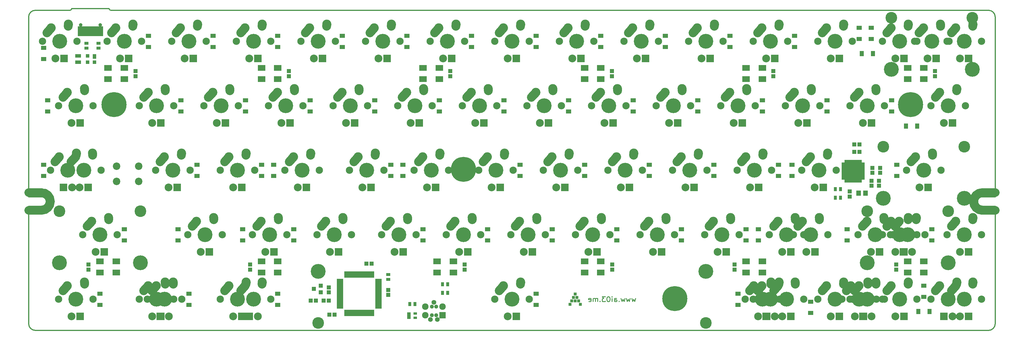
<source format=gbr>
%TF.GenerationSoftware,KiCad,Pcbnew,4.0.7*%
%TF.CreationDate,2018-04-08T23:12:56-07:00*%
%TF.ProjectId,VoyagerII,566F796167657249492E6B696361645F,rev?*%
%TF.FileFunction,Soldermask,Bot*%
%FSLAX46Y46*%
G04 Gerber Fmt 4.6, Leading zero omitted, Abs format (unit mm)*
G04 Created by KiCad (PCBNEW 4.0.7) date 04/08/18 23:12:56*
%MOMM*%
%LPD*%
G01*
G04 APERTURE LIST*
%ADD10C,0.100000*%
%ADD11C,0.228600*%
%ADD12C,0.300000*%
%ADD13C,2.501900*%
%ADD14C,2.650000*%
%ADD15C,2.650000*%
%ADD16C,4.387800*%
%ADD17C,2.305000*%
%ADD18R,2.305000X2.305000*%
%ADD19C,2.150000*%
%ADD20C,3.448000*%
%ADD21R,0.900000X1.300000*%
%ADD22R,1.300000X0.900000*%
%ADD23R,1.150000X1.200000*%
%ADD24R,1.200000X1.150000*%
%ADD25R,0.650000X1.080000*%
%ADD26R,1.080000X0.650000*%
%ADD27R,5.060000X5.060000*%
%ADD28C,7.401300*%
%ADD29C,7.400240*%
%ADD30C,1.400000*%
%ADD31R,0.908000X0.908000*%
%ADD32C,1.050000*%
%ADD33R,0.700000X2.850000*%
%ADD34R,1.000000X2.850000*%
%ADD35R,1.300000X1.600000*%
%ADD36R,1.600000X1.300000*%
%ADD37R,1.100000X1.000000*%
%ADD38R,1.100000X1.400000*%
%ADD39R,1.700000X1.100000*%
%ADD40R,1.050000X0.800000*%
%ADD41R,2.200000X1.800000*%
%ADD42C,1.184860*%
%ADD43C,1.388060*%
%ADD44C,1.385520*%
%ADD45C,1.924000*%
%ADD46R,1.924000X1.924000*%
%ADD47R,1.300000X1.200000*%
%ADD48R,0.950000X1.900000*%
%ADD49R,1.900000X0.950000*%
%ADD50C,2.200000*%
%ADD51R,1.400000X1.650000*%
G04 APERTURE END LIST*
D10*
D11*
X226928286Y-133028571D02*
X226642572Y-134028571D01*
X226356858Y-133314286D01*
X226071143Y-134028571D01*
X225785429Y-133028571D01*
X225356857Y-133028571D02*
X225071143Y-134028571D01*
X224785429Y-133314286D01*
X224499714Y-134028571D01*
X224214000Y-133028571D01*
X223785428Y-133028571D02*
X223499714Y-134028571D01*
X223214000Y-133314286D01*
X222928285Y-134028571D01*
X222642571Y-133028571D01*
X222071142Y-133885714D02*
X221999714Y-133957143D01*
X222071142Y-134028571D01*
X222142571Y-133957143D01*
X222071142Y-133885714D01*
X222071142Y-134028571D01*
X220713999Y-134028571D02*
X220713999Y-133242857D01*
X220785428Y-133100000D01*
X220928285Y-133028571D01*
X221213999Y-133028571D01*
X221356856Y-133100000D01*
X220713999Y-133957143D02*
X220856856Y-134028571D01*
X221213999Y-134028571D01*
X221356856Y-133957143D01*
X221428285Y-133814286D01*
X221428285Y-133671429D01*
X221356856Y-133528571D01*
X221213999Y-133457143D01*
X220856856Y-133457143D01*
X220713999Y-133385714D01*
X219999713Y-134028571D02*
X219999713Y-133028571D01*
X219999713Y-132528571D02*
X220071142Y-132600000D01*
X219999713Y-132671429D01*
X219928285Y-132600000D01*
X219999713Y-132528571D01*
X219999713Y-132671429D01*
X218999713Y-132528571D02*
X218856856Y-132528571D01*
X218713999Y-132600000D01*
X218642570Y-132671429D01*
X218571141Y-132814286D01*
X218499713Y-133100000D01*
X218499713Y-133457143D01*
X218571141Y-133742857D01*
X218642570Y-133885714D01*
X218713999Y-133957143D01*
X218856856Y-134028571D01*
X218999713Y-134028571D01*
X219142570Y-133957143D01*
X219213999Y-133885714D01*
X219285427Y-133742857D01*
X219356856Y-133457143D01*
X219356856Y-133100000D01*
X219285427Y-132814286D01*
X219213999Y-132671429D01*
X219142570Y-132600000D01*
X218999713Y-132528571D01*
X217999713Y-132528571D02*
X217071142Y-132528571D01*
X217571142Y-133100000D01*
X217356856Y-133100000D01*
X217213999Y-133171429D01*
X217142570Y-133242857D01*
X217071142Y-133385714D01*
X217071142Y-133742857D01*
X217142570Y-133885714D01*
X217213999Y-133957143D01*
X217356856Y-134028571D01*
X217785428Y-134028571D01*
X217928285Y-133957143D01*
X217999713Y-133885714D01*
X216428285Y-133885714D02*
X216356857Y-133957143D01*
X216428285Y-134028571D01*
X216499714Y-133957143D01*
X216428285Y-133885714D01*
X216428285Y-134028571D01*
X215713999Y-134028571D02*
X215713999Y-133028571D01*
X215713999Y-133171429D02*
X215642571Y-133100000D01*
X215499713Y-133028571D01*
X215285428Y-133028571D01*
X215142571Y-133100000D01*
X215071142Y-133242857D01*
X215071142Y-134028571D01*
X215071142Y-133242857D02*
X214999713Y-133100000D01*
X214856856Y-133028571D01*
X214642571Y-133028571D01*
X214499713Y-133100000D01*
X214428285Y-133242857D01*
X214428285Y-134028571D01*
X213142571Y-133957143D02*
X213285428Y-134028571D01*
X213571142Y-134028571D01*
X213713999Y-133957143D01*
X213785428Y-133814286D01*
X213785428Y-133242857D01*
X213713999Y-133100000D01*
X213571142Y-133028571D01*
X213285428Y-133028571D01*
X213142571Y-133100000D01*
X213071142Y-133242857D01*
X213071142Y-133385714D01*
X213785428Y-133528571D01*
D12*
X50000000Y-47950000D02*
X60200000Y-47950000D01*
X71700000Y-47450000D02*
G75*
G03X72200000Y-47950000I500000J0D01*
G01*
X60200000Y-47950000D02*
G75*
G03X60700000Y-47450000I0J500000D01*
G01*
X60700000Y-47450000D02*
X71700000Y-47450000D01*
D13*
X329200000Y-101799050D02*
X333000000Y-101799050D01*
X326549050Y-104450000D02*
G75*
G02X329200000Y-101799050I2650950J0D01*
G01*
X329200000Y-107100950D02*
G75*
G02X326549050Y-104450000I0J2650950D01*
G01*
X329200000Y-107100950D02*
X333050000Y-107100950D01*
X48000000Y-101799050D02*
X51800000Y-101799050D01*
X54450950Y-104450000D02*
G75*
G03X51800000Y-101799050I-2650950J0D01*
G01*
X51800000Y-107100950D02*
G75*
G03X54450950Y-104450000I0J2650950D01*
G01*
X48000000Y-107100950D02*
X51800000Y-107100950D01*
D12*
X51800000Y-105850000D02*
G75*
G03X53200000Y-104450000I0J1400000D01*
G01*
X329200000Y-103050000D02*
X333000000Y-103050000D01*
X329200000Y-105850000D02*
X333000000Y-105850000D01*
X333000000Y-103050000D02*
X333000000Y-49950000D01*
X333000000Y-105850000D02*
X333000000Y-140550000D01*
X329200000Y-105850000D02*
G75*
G02X327800000Y-104450000I0J1400000D01*
G01*
X327800000Y-104450000D02*
G75*
G02X329200000Y-103050000I1400000J0D01*
G01*
X48000000Y-103050000D02*
X48000000Y-49950000D01*
X51800000Y-103050000D02*
X48000000Y-103050000D01*
X53200000Y-104450000D02*
G75*
G03X51800000Y-103050000I-1400000J0D01*
G01*
X48000000Y-105850000D02*
X51800000Y-105850000D01*
X48000000Y-140550000D02*
X48000000Y-105850000D01*
X333000000Y-49950000D02*
G75*
G03X331000000Y-47950000I-2000000J0D01*
G01*
X331000000Y-142550000D02*
G75*
G03X333000000Y-140550000I0J2000000D01*
G01*
X48000000Y-140550000D02*
G75*
G03X50000000Y-142550000I2000000J0D01*
G01*
X50000000Y-47950000D02*
G75*
G03X48000000Y-49950000I0J-2000000D01*
G01*
X331000000Y-47950000D02*
X72200000Y-47950000D01*
X50000000Y-142550000D02*
X331000000Y-142550000D01*
D14*
X309681250Y-109800000D02*
X309721250Y-109220000D01*
D15*
X309721250Y-109220000D03*
D14*
X303371250Y-111760000D02*
X304681252Y-110300000D01*
D16*
X307181250Y-114300000D03*
D15*
X304681250Y-110300000D03*
D17*
X308451250Y-119380000D03*
D18*
X305911250Y-119380000D03*
D19*
X302101250Y-114300000D03*
X312261250Y-114300000D03*
D20*
X295243250Y-107315000D03*
X319119250Y-107315000D03*
D16*
X295243250Y-122555000D03*
X319119250Y-122555000D03*
D14*
X193000000Y-128850000D02*
X193040000Y-128270000D01*
D15*
X193040000Y-128270000D03*
D14*
X186690000Y-130810000D02*
X188000002Y-129350000D01*
D16*
X190500000Y-133350000D03*
D15*
X188000000Y-129350000D03*
D17*
X189230000Y-138430000D03*
D18*
X191770000Y-138430000D03*
D19*
X185420000Y-133350000D03*
X195580000Y-133350000D03*
D20*
X133350000Y-140335000D03*
X247650000Y-140335000D03*
D16*
X133350000Y-125095000D03*
X247650000Y-125095000D03*
D14*
X266818750Y-128850000D02*
X266858750Y-128270000D01*
D15*
X266858750Y-128270000D03*
D14*
X260508750Y-130810000D02*
X261818752Y-129350000D01*
D16*
X264318750Y-133350000D03*
D15*
X261818750Y-129350000D03*
D17*
X263048750Y-138430000D03*
D18*
X265588750Y-138430000D03*
D19*
X259238750Y-133350000D03*
X269398750Y-133350000D03*
D14*
X269200000Y-128850000D02*
X269240000Y-128270000D01*
D15*
X269240000Y-128270000D03*
D14*
X262890000Y-130810000D02*
X264200002Y-129350000D01*
D16*
X266700000Y-133350000D03*
D15*
X264200000Y-129350000D03*
D17*
X267970000Y-138430000D03*
D18*
X265430000Y-138430000D03*
D19*
X261620000Y-133350000D03*
X271780000Y-133350000D03*
D14*
X273962500Y-128850000D02*
X274002500Y-128270000D01*
D15*
X274002500Y-128270000D03*
D14*
X267652500Y-130810000D02*
X268962502Y-129350000D01*
D16*
X271462500Y-133350000D03*
D15*
X268962500Y-129350000D03*
D17*
X270192500Y-138430000D03*
D18*
X272732500Y-138430000D03*
D19*
X266382500Y-133350000D03*
X276542500Y-133350000D03*
D14*
X321587500Y-128850000D02*
X321627500Y-128270000D01*
D15*
X321627500Y-128270000D03*
D14*
X315277500Y-130810000D02*
X316587502Y-129350000D01*
D16*
X319087500Y-133350000D03*
D15*
X316587500Y-129350000D03*
D17*
X320357500Y-138430000D03*
D18*
X317817500Y-138430000D03*
D19*
X314007500Y-133350000D03*
X324167500Y-133350000D03*
D14*
X297775000Y-128850000D02*
X297815000Y-128270000D01*
D15*
X297815000Y-128270000D03*
D14*
X291465000Y-130810000D02*
X292775002Y-129350000D01*
D16*
X295275000Y-133350000D03*
D15*
X292775000Y-129350000D03*
D17*
X296545000Y-138430000D03*
D18*
X294005000Y-138430000D03*
D19*
X290195000Y-133350000D03*
X300355000Y-133350000D03*
D14*
X116800000Y-128850000D02*
X116840000Y-128270000D01*
D15*
X116840000Y-128270000D03*
D14*
X110490000Y-130810000D02*
X111800002Y-129350000D01*
D16*
X114300000Y-133350000D03*
D15*
X111800000Y-129350000D03*
D17*
X115570000Y-138430000D03*
D18*
X113030000Y-138430000D03*
D19*
X109220000Y-133350000D03*
X119380000Y-133350000D03*
D14*
X90606250Y-128850000D02*
X90646250Y-128270000D01*
D15*
X90646250Y-128270000D03*
D14*
X84296250Y-130810000D02*
X85606252Y-129350000D01*
D16*
X88106250Y-133350000D03*
D15*
X85606250Y-129350000D03*
D17*
X89376250Y-138430000D03*
D18*
X86836250Y-138430000D03*
D19*
X83026250Y-133350000D03*
X93186250Y-133350000D03*
D14*
X62031250Y-90750000D02*
X62071250Y-90170000D01*
D15*
X62071250Y-90170000D03*
D14*
X55721250Y-92710000D02*
X57031252Y-91250000D01*
D16*
X59531250Y-95250000D03*
D15*
X57031250Y-91250000D03*
D17*
X60801250Y-100330000D03*
D18*
X58261250Y-100330000D03*
D19*
X54451250Y-95250000D03*
X64611250Y-95250000D03*
D14*
X326350000Y-109800000D02*
X326390000Y-109220000D01*
D15*
X326390000Y-109220000D03*
D14*
X320040000Y-111760000D02*
X321350002Y-110300000D01*
D16*
X323850000Y-114300000D03*
D15*
X321350000Y-110300000D03*
D17*
X322580000Y-119380000D03*
D18*
X325120000Y-119380000D03*
D19*
X318770000Y-114300000D03*
X328930000Y-114300000D03*
D14*
X307300000Y-109800000D02*
X307340000Y-109220000D01*
D15*
X307340000Y-109220000D03*
D14*
X300990000Y-111760000D02*
X302300002Y-110300000D01*
D16*
X304800000Y-114300000D03*
D15*
X302300000Y-110300000D03*
D17*
X303530000Y-119380000D03*
D18*
X306070000Y-119380000D03*
D19*
X299720000Y-114300000D03*
X309880000Y-114300000D03*
D14*
X300156250Y-109800000D02*
X300196250Y-109220000D01*
D15*
X300196250Y-109220000D03*
D14*
X293846250Y-111760000D02*
X295156252Y-110300000D01*
D16*
X297656250Y-114300000D03*
D15*
X295156250Y-110300000D03*
D17*
X296386250Y-119380000D03*
D18*
X298926250Y-119380000D03*
D19*
X292576250Y-114300000D03*
X302736250Y-114300000D03*
D14*
X281106250Y-109800000D02*
X281146250Y-109220000D01*
D15*
X281146250Y-109220000D03*
D14*
X274796250Y-111760000D02*
X276106252Y-110300000D01*
D16*
X278606250Y-114300000D03*
D15*
X276106250Y-110300000D03*
D17*
X277336250Y-119380000D03*
D18*
X279876250Y-119380000D03*
D19*
X273526250Y-114300000D03*
X283686250Y-114300000D03*
D14*
X273962500Y-109800000D02*
X274002500Y-109220000D01*
D15*
X274002500Y-109220000D03*
D14*
X267652500Y-111760000D02*
X268962502Y-110300000D01*
D16*
X271462500Y-114300000D03*
D15*
X268962500Y-110300000D03*
D17*
X270192500Y-119380000D03*
D18*
X272732500Y-119380000D03*
D19*
X266382500Y-114300000D03*
X276542500Y-114300000D03*
D14*
X326350000Y-128850000D02*
X326390000Y-128270000D01*
D15*
X326390000Y-128270000D03*
D14*
X320040000Y-130810000D02*
X321350002Y-129350000D01*
D16*
X323850000Y-133350000D03*
D15*
X321350000Y-129350000D03*
D17*
X322580000Y-138430000D03*
D18*
X325120000Y-138430000D03*
D19*
X318770000Y-133350000D03*
X328930000Y-133350000D03*
D14*
X307300000Y-128850000D02*
X307340000Y-128270000D01*
D15*
X307340000Y-128270000D03*
D14*
X300990000Y-130810000D02*
X302300002Y-129350000D01*
D16*
X304800000Y-133350000D03*
D15*
X302300000Y-129350000D03*
D17*
X303530000Y-138430000D03*
D18*
X306070000Y-138430000D03*
D19*
X299720000Y-133350000D03*
X309880000Y-133350000D03*
D14*
X295393750Y-128850000D02*
X295433750Y-128270000D01*
D15*
X295433750Y-128270000D03*
D14*
X289083750Y-130810000D02*
X290393752Y-129350000D01*
D16*
X292893750Y-133350000D03*
D15*
X290393750Y-129350000D03*
D17*
X291623750Y-138430000D03*
D18*
X294163750Y-138430000D03*
D19*
X287813750Y-133350000D03*
X297973750Y-133350000D03*
D14*
X288250000Y-128850000D02*
X288290000Y-128270000D01*
D15*
X288290000Y-128270000D03*
D14*
X281940000Y-130810000D02*
X283250002Y-129350000D01*
D16*
X285750000Y-133350000D03*
D15*
X283250000Y-129350000D03*
D17*
X284480000Y-138430000D03*
D18*
X287020000Y-138430000D03*
D19*
X280670000Y-133350000D03*
X290830000Y-133350000D03*
D14*
X112037500Y-128850000D02*
X112077500Y-128270000D01*
D15*
X112077500Y-128270000D03*
D14*
X105727500Y-130810000D02*
X107037502Y-129350000D01*
D16*
X109537500Y-133350000D03*
D15*
X107037500Y-129350000D03*
D17*
X108267500Y-138430000D03*
D18*
X110807500Y-138430000D03*
D19*
X104457500Y-133350000D03*
X114617500Y-133350000D03*
D14*
X88225000Y-128850000D02*
X88265000Y-128270000D01*
D15*
X88265000Y-128270000D03*
D14*
X81915000Y-130810000D02*
X83225002Y-129350000D01*
D16*
X85725000Y-133350000D03*
D15*
X83225000Y-129350000D03*
D17*
X84455000Y-138430000D03*
D18*
X86995000Y-138430000D03*
D19*
X80645000Y-133350000D03*
X90805000Y-133350000D03*
D14*
X64412500Y-128850000D02*
X64452500Y-128270000D01*
D15*
X64452500Y-128270000D03*
D14*
X58102500Y-130810000D02*
X59412502Y-129350000D01*
D16*
X61912500Y-133350000D03*
D15*
X59412500Y-129350000D03*
D17*
X60642500Y-138430000D03*
D18*
X63182500Y-138430000D03*
D19*
X56832500Y-133350000D03*
X66992500Y-133350000D03*
D14*
X297775000Y-71700000D02*
X297815000Y-71120000D01*
D15*
X297815000Y-71120000D03*
D14*
X291465000Y-73660000D02*
X292775002Y-72200000D01*
D16*
X295275000Y-76200000D03*
D15*
X292775000Y-72200000D03*
D17*
X294005000Y-81280000D03*
D18*
X296545000Y-81280000D03*
D19*
X290195000Y-76200000D03*
X300355000Y-76200000D03*
D14*
X321587500Y-71700000D02*
X321627500Y-71120000D01*
D15*
X321627500Y-71120000D03*
D14*
X315277500Y-73660000D02*
X316587502Y-72200000D01*
D16*
X319087500Y-76200000D03*
D15*
X316587500Y-72200000D03*
D17*
X317817500Y-81280000D03*
D18*
X320357500Y-81280000D03*
D19*
X314007500Y-76200000D03*
X324167500Y-76200000D03*
D14*
X278725000Y-71700000D02*
X278765000Y-71120000D01*
D15*
X278765000Y-71120000D03*
D14*
X272415000Y-73660000D02*
X273725002Y-72200000D01*
D16*
X276225000Y-76200000D03*
D15*
X273725000Y-72200000D03*
D17*
X274955000Y-81280000D03*
D18*
X277495000Y-81280000D03*
D19*
X271145000Y-76200000D03*
X281305000Y-76200000D03*
D14*
X102512500Y-109800000D02*
X102552500Y-109220000D01*
D15*
X102552500Y-109220000D03*
D14*
X96202500Y-111760000D02*
X97512502Y-110300000D01*
D16*
X100012500Y-114300000D03*
D15*
X97512500Y-110300000D03*
D17*
X98742500Y-119380000D03*
D18*
X101282500Y-119380000D03*
D19*
X94932500Y-114300000D03*
X105092500Y-114300000D03*
D14*
X183475000Y-71700000D02*
X183515000Y-71120000D01*
D15*
X183515000Y-71120000D03*
D14*
X177165000Y-73660000D02*
X178475002Y-72200000D01*
D16*
X180975000Y-76200000D03*
D15*
X178475000Y-72200000D03*
D17*
X179705000Y-81280000D03*
D18*
X182245000Y-81280000D03*
D19*
X175895000Y-76200000D03*
X186055000Y-76200000D03*
D14*
X121562500Y-109800000D02*
X121602500Y-109220000D01*
D15*
X121602500Y-109220000D03*
D14*
X115252500Y-111760000D02*
X116562502Y-110300000D01*
D16*
X119062500Y-114300000D03*
D15*
X116562500Y-110300000D03*
D17*
X117792500Y-119380000D03*
D18*
X120332500Y-119380000D03*
D19*
X113982500Y-114300000D03*
X124142500Y-114300000D03*
D14*
X107275000Y-71700000D02*
X107315000Y-71120000D01*
D15*
X107315000Y-71120000D03*
D14*
X100965000Y-73660000D02*
X102275002Y-72200000D01*
D16*
X104775000Y-76200000D03*
D15*
X102275000Y-72200000D03*
D17*
X103505000Y-81280000D03*
D18*
X106045000Y-81280000D03*
D19*
X99695000Y-76200000D03*
X109855000Y-76200000D03*
D14*
X159662500Y-109800000D02*
X159702500Y-109220000D01*
D15*
X159702500Y-109220000D03*
D14*
X153352500Y-111760000D02*
X154662502Y-110300000D01*
D16*
X157162500Y-114300000D03*
D15*
X154662500Y-110300000D03*
D17*
X155892500Y-119380000D03*
D18*
X158432500Y-119380000D03*
D19*
X152082500Y-114300000D03*
X162242500Y-114300000D03*
D14*
X202525000Y-71700000D02*
X202565000Y-71120000D01*
D15*
X202565000Y-71120000D03*
D14*
X196215000Y-73660000D02*
X197525002Y-72200000D01*
D16*
X200025000Y-76200000D03*
D15*
X197525000Y-72200000D03*
D17*
X198755000Y-81280000D03*
D18*
X201295000Y-81280000D03*
D19*
X194945000Y-76200000D03*
X205105000Y-76200000D03*
D14*
X64412500Y-71700000D02*
X64452500Y-71120000D01*
D15*
X64452500Y-71120000D03*
D14*
X58102500Y-73660000D02*
X59412502Y-72200000D01*
D16*
X61912500Y-76200000D03*
D15*
X59412500Y-72200000D03*
D17*
X60642500Y-81280000D03*
D18*
X63182500Y-81280000D03*
D19*
X56832500Y-76200000D03*
X66992500Y-76200000D03*
D14*
X164425000Y-71700000D02*
X164465000Y-71120000D01*
D15*
X164465000Y-71120000D03*
D14*
X158115000Y-73660000D02*
X159425002Y-72200000D01*
D16*
X161925000Y-76200000D03*
D15*
X159425000Y-72200000D03*
D17*
X160655000Y-81280000D03*
D18*
X163195000Y-81280000D03*
D19*
X156845000Y-76200000D03*
X167005000Y-76200000D03*
D14*
X71556250Y-109800000D02*
X71596250Y-109220000D01*
D15*
X71596250Y-109220000D03*
D14*
X65246250Y-111760000D02*
X66556252Y-110300000D01*
D16*
X69056250Y-114300000D03*
D15*
X66556250Y-110300000D03*
D17*
X67786250Y-119380000D03*
D18*
X70326250Y-119380000D03*
D19*
X63976250Y-114300000D03*
X74136250Y-114300000D03*
D20*
X57118250Y-107315000D03*
X80994250Y-107315000D03*
D16*
X57118250Y-122555000D03*
X80994250Y-122555000D03*
D14*
X112037500Y-90750000D02*
X112077500Y-90170000D01*
D15*
X112077500Y-90170000D03*
D14*
X105727500Y-92710000D02*
X107037502Y-91250000D01*
D16*
X109537500Y-95250000D03*
D15*
X107037500Y-91250000D03*
D17*
X108267500Y-100330000D03*
D18*
X110807500Y-100330000D03*
D19*
X104457500Y-95250000D03*
X114617500Y-95250000D03*
D14*
X145375000Y-71700000D02*
X145415000Y-71120000D01*
D15*
X145415000Y-71120000D03*
D14*
X139065000Y-73660000D02*
X140375002Y-72200000D01*
D16*
X142875000Y-76200000D03*
D15*
X140375000Y-72200000D03*
D17*
X141605000Y-81280000D03*
D18*
X144145000Y-81280000D03*
D19*
X137795000Y-76200000D03*
X147955000Y-76200000D03*
D14*
X88225000Y-71700000D02*
X88265000Y-71120000D01*
D15*
X88265000Y-71120000D03*
D14*
X81915000Y-73660000D02*
X83225002Y-72200000D01*
D16*
X85725000Y-76200000D03*
D15*
X83225000Y-72200000D03*
D17*
X84455000Y-81280000D03*
D18*
X86995000Y-81280000D03*
D19*
X80645000Y-76200000D03*
X90805000Y-76200000D03*
D14*
X259675000Y-71700000D02*
X259715000Y-71120000D01*
D15*
X259715000Y-71120000D03*
D14*
X253365000Y-73660000D02*
X254675002Y-72200000D01*
D16*
X257175000Y-76200000D03*
D15*
X254675000Y-72200000D03*
D17*
X255905000Y-81280000D03*
D18*
X258445000Y-81280000D03*
D19*
X252095000Y-76200000D03*
X262255000Y-76200000D03*
D14*
X240625000Y-71700000D02*
X240665000Y-71120000D01*
D15*
X240665000Y-71120000D03*
D14*
X234315000Y-73660000D02*
X235625002Y-72200000D01*
D16*
X238125000Y-76200000D03*
D15*
X235625000Y-72200000D03*
D17*
X236855000Y-81280000D03*
D18*
X239395000Y-81280000D03*
D19*
X233045000Y-76200000D03*
X243205000Y-76200000D03*
D14*
X197762500Y-109800000D02*
X197802500Y-109220000D01*
D15*
X197802500Y-109220000D03*
D14*
X191452500Y-111760000D02*
X192762502Y-110300000D01*
D16*
X195262500Y-114300000D03*
D15*
X192762500Y-110300000D03*
D17*
X193992500Y-119380000D03*
D18*
X196532500Y-119380000D03*
D19*
X190182500Y-114300000D03*
X200342500Y-114300000D03*
D14*
X216812500Y-109800000D02*
X216852500Y-109220000D01*
D15*
X216852500Y-109220000D03*
D14*
X210502500Y-111760000D02*
X211812502Y-110300000D01*
D16*
X214312500Y-114300000D03*
D15*
X211812500Y-110300000D03*
D17*
X213042500Y-119380000D03*
D18*
X215582500Y-119380000D03*
D19*
X209232500Y-114300000D03*
X219392500Y-114300000D03*
D14*
X245387500Y-90750000D02*
X245427500Y-90170000D01*
D15*
X245427500Y-90170000D03*
D14*
X239077500Y-92710000D02*
X240387502Y-91250000D01*
D16*
X242887500Y-95250000D03*
D15*
X240387500Y-91250000D03*
D17*
X241617500Y-100330000D03*
D18*
X244157500Y-100330000D03*
D19*
X237807500Y-95250000D03*
X247967500Y-95250000D03*
D14*
X226337500Y-90750000D02*
X226377500Y-90170000D01*
D15*
X226377500Y-90170000D03*
D14*
X220027500Y-92710000D02*
X221337502Y-91250000D01*
D16*
X223837500Y-95250000D03*
D15*
X221337500Y-91250000D03*
D17*
X222567500Y-100330000D03*
D18*
X225107500Y-100330000D03*
D19*
X218757500Y-95250000D03*
X228917500Y-95250000D03*
D14*
X207287500Y-90750000D02*
X207327500Y-90170000D01*
D15*
X207327500Y-90170000D03*
D14*
X200977500Y-92710000D02*
X202287502Y-91250000D01*
D16*
X204787500Y-95250000D03*
D15*
X202287500Y-91250000D03*
D17*
X203517500Y-100330000D03*
D18*
X206057500Y-100330000D03*
D19*
X199707500Y-95250000D03*
X209867500Y-95250000D03*
D14*
X221575000Y-71700000D02*
X221615000Y-71120000D01*
D15*
X221615000Y-71120000D03*
D14*
X215265000Y-73660000D02*
X216575002Y-72200000D01*
D16*
X219075000Y-76200000D03*
D15*
X216575000Y-72200000D03*
D17*
X217805000Y-81280000D03*
D18*
X220345000Y-81280000D03*
D19*
X213995000Y-76200000D03*
X224155000Y-76200000D03*
D14*
X188237500Y-90750000D02*
X188277500Y-90170000D01*
D15*
X188277500Y-90170000D03*
D14*
X181927500Y-92710000D02*
X183237502Y-91250000D01*
D16*
X185737500Y-95250000D03*
D15*
X183237500Y-91250000D03*
D17*
X184467500Y-100330000D03*
D18*
X187007500Y-100330000D03*
D19*
X180657500Y-95250000D03*
X190817500Y-95250000D03*
D14*
X169187500Y-90750000D02*
X169227500Y-90170000D01*
D15*
X169227500Y-90170000D03*
D14*
X162877500Y-92710000D02*
X164187502Y-91250000D01*
D16*
X166687500Y-95250000D03*
D15*
X164187500Y-91250000D03*
D17*
X165417500Y-100330000D03*
D18*
X167957500Y-100330000D03*
D19*
X161607500Y-95250000D03*
X171767500Y-95250000D03*
D14*
X150137500Y-90750000D02*
X150177500Y-90170000D01*
D15*
X150177500Y-90170000D03*
D14*
X143827500Y-92710000D02*
X145137502Y-91250000D01*
D16*
X147637500Y-95250000D03*
D15*
X145137500Y-91250000D03*
D17*
X146367500Y-100330000D03*
D18*
X148907500Y-100330000D03*
D19*
X142557500Y-95250000D03*
X152717500Y-95250000D03*
D14*
X59650000Y-52650000D02*
X59690000Y-52070000D01*
D15*
X59690000Y-52070000D03*
D14*
X53340000Y-54610000D02*
X54650002Y-53150000D01*
D16*
X57150000Y-57150000D03*
D15*
X54650000Y-53150000D03*
D17*
X55880000Y-62230000D03*
D18*
X58420000Y-62230000D03*
D19*
X52070000Y-57150000D03*
X62230000Y-57150000D03*
D14*
X314443750Y-90750000D02*
X314483750Y-90170000D01*
D15*
X314483750Y-90170000D03*
D14*
X308133750Y-92710000D02*
X309443752Y-91250000D01*
D16*
X311943750Y-95250000D03*
D15*
X309443750Y-91250000D03*
D17*
X310673750Y-100330000D03*
D18*
X313213750Y-100330000D03*
D19*
X306863750Y-95250000D03*
X317023750Y-95250000D03*
D20*
X300005750Y-88265000D03*
X323881750Y-88265000D03*
D16*
X300005750Y-103505000D03*
X323881750Y-103505000D03*
D14*
X126325000Y-71700000D02*
X126365000Y-71120000D01*
D15*
X126365000Y-71120000D03*
D14*
X120015000Y-73660000D02*
X121325002Y-72200000D01*
D16*
X123825000Y-76200000D03*
D15*
X121325000Y-72200000D03*
D17*
X122555000Y-81280000D03*
D18*
X125095000Y-81280000D03*
D19*
X118745000Y-76200000D03*
X128905000Y-76200000D03*
D14*
X307300000Y-52650000D02*
X307340000Y-52070000D01*
D15*
X307340000Y-52070000D03*
D14*
X300990000Y-54610000D02*
X302300002Y-53150000D01*
D16*
X304800000Y-57150000D03*
D15*
X302300000Y-53150000D03*
D17*
X303530000Y-62230000D03*
D18*
X306070000Y-62230000D03*
D19*
X299720000Y-57150000D03*
X309880000Y-57150000D03*
D14*
X131087500Y-90750000D02*
X131127500Y-90170000D01*
D15*
X131127500Y-90170000D03*
D14*
X124777500Y-92710000D02*
X126087502Y-91250000D01*
D16*
X128587500Y-95250000D03*
D15*
X126087500Y-91250000D03*
D17*
X127317500Y-100330000D03*
D18*
X129857500Y-100330000D03*
D19*
X123507500Y-95250000D03*
X133667500Y-95250000D03*
D14*
X66793750Y-90750000D02*
X66833750Y-90170000D01*
D15*
X66833750Y-90170000D03*
D14*
X60483750Y-92710000D02*
X61793752Y-91250000D01*
D16*
X64293750Y-95250000D03*
D15*
X61793750Y-91250000D03*
D17*
X63023750Y-100330000D03*
D18*
X65563750Y-100330000D03*
D19*
X59213750Y-95250000D03*
X69373750Y-95250000D03*
D14*
X140612500Y-109800000D02*
X140652500Y-109220000D01*
D15*
X140652500Y-109220000D03*
D14*
X134302500Y-111760000D02*
X135612502Y-110300000D01*
D16*
X138112500Y-114300000D03*
D15*
X135612500Y-110300000D03*
D17*
X136842500Y-119380000D03*
D18*
X139382500Y-119380000D03*
D19*
X133032500Y-114300000D03*
X143192500Y-114300000D03*
D14*
X326350000Y-52650000D02*
X326390000Y-52070000D01*
D15*
X326390000Y-52070000D03*
D14*
X320040000Y-54610000D02*
X321350002Y-53150000D01*
D16*
X323850000Y-57150000D03*
D15*
X321350000Y-53150000D03*
D17*
X322580000Y-62230000D03*
D18*
X325120000Y-62230000D03*
D19*
X318770000Y-57150000D03*
X328930000Y-57150000D03*
D14*
X316825000Y-52650000D02*
X316865000Y-52070000D01*
D15*
X316865000Y-52070000D03*
D14*
X310515000Y-54610000D02*
X311825002Y-53150000D01*
D16*
X314325000Y-57150000D03*
D15*
X311825000Y-53150000D03*
D17*
X313055000Y-62230000D03*
D18*
X315595000Y-62230000D03*
D19*
X309245000Y-57150000D03*
X319405000Y-57150000D03*
D20*
X302387000Y-50165000D03*
X326263000Y-50165000D03*
D16*
X302387000Y-65405000D03*
X326263000Y-65405000D03*
D14*
X178712500Y-109800000D02*
X178752500Y-109220000D01*
D15*
X178752500Y-109220000D03*
D14*
X172402500Y-111760000D02*
X173712502Y-110300000D01*
D16*
X176212500Y-114300000D03*
D15*
X173712500Y-110300000D03*
D17*
X174942500Y-119380000D03*
D18*
X177482500Y-119380000D03*
D19*
X171132500Y-114300000D03*
X181292500Y-114300000D03*
D14*
X92987500Y-90750000D02*
X93027500Y-90170000D01*
D15*
X93027500Y-90170000D03*
D14*
X86677500Y-92710000D02*
X87987502Y-91250000D01*
D16*
X90487500Y-95250000D03*
D15*
X87987500Y-91250000D03*
D17*
X89217500Y-100330000D03*
D18*
X91757500Y-100330000D03*
D19*
X85407500Y-95250000D03*
X95567500Y-95250000D03*
D14*
X288250000Y-52650000D02*
X288290000Y-52070000D01*
D15*
X288290000Y-52070000D03*
D14*
X281940000Y-54610000D02*
X283250002Y-53150000D01*
D16*
X285750000Y-57150000D03*
D15*
X283250000Y-53150000D03*
D17*
X284480000Y-62230000D03*
D18*
X287020000Y-62230000D03*
D19*
X280670000Y-57150000D03*
X290830000Y-57150000D03*
D14*
X264437500Y-90750000D02*
X264477500Y-90170000D01*
D15*
X264477500Y-90170000D03*
D14*
X258127500Y-92710000D02*
X259437502Y-91250000D01*
D16*
X261937500Y-95250000D03*
D15*
X259437500Y-91250000D03*
D17*
X260667500Y-100330000D03*
D18*
X263207500Y-100330000D03*
D19*
X256857500Y-95250000D03*
X267017500Y-95250000D03*
D14*
X254912500Y-109800000D02*
X254952500Y-109220000D01*
D15*
X254952500Y-109220000D03*
D14*
X248602500Y-111760000D02*
X249912502Y-110300000D01*
D16*
X252412500Y-114300000D03*
D15*
X249912500Y-110300000D03*
D17*
X251142500Y-119380000D03*
D18*
X253682500Y-119380000D03*
D19*
X247332500Y-114300000D03*
X257492500Y-114300000D03*
D14*
X269200000Y-52650000D02*
X269240000Y-52070000D01*
D15*
X269240000Y-52070000D03*
D14*
X262890000Y-54610000D02*
X264200002Y-53150000D01*
D16*
X266700000Y-57150000D03*
D15*
X264200000Y-53150000D03*
D17*
X265430000Y-62230000D03*
D18*
X267970000Y-62230000D03*
D19*
X261620000Y-57150000D03*
X271780000Y-57150000D03*
D14*
X235862500Y-109800000D02*
X235902500Y-109220000D01*
D15*
X235902500Y-109220000D03*
D14*
X229552500Y-111760000D02*
X230862502Y-110300000D01*
D16*
X233362500Y-114300000D03*
D15*
X230862500Y-110300000D03*
D17*
X232092500Y-119380000D03*
D18*
X234632500Y-119380000D03*
D19*
X228282500Y-114300000D03*
X238442500Y-114300000D03*
D14*
X231100000Y-52650000D02*
X231140000Y-52070000D01*
D15*
X231140000Y-52070000D03*
D14*
X224790000Y-54610000D02*
X226100002Y-53150000D01*
D16*
X228600000Y-57150000D03*
D15*
X226100000Y-53150000D03*
D17*
X227330000Y-62230000D03*
D18*
X229870000Y-62230000D03*
D19*
X223520000Y-57150000D03*
X233680000Y-57150000D03*
D14*
X212050000Y-52650000D02*
X212090000Y-52070000D01*
D15*
X212090000Y-52070000D03*
D14*
X205740000Y-54610000D02*
X207050002Y-53150000D01*
D16*
X209550000Y-57150000D03*
D15*
X207050000Y-53150000D03*
D17*
X208280000Y-62230000D03*
D18*
X210820000Y-62230000D03*
D19*
X204470000Y-57150000D03*
X214630000Y-57150000D03*
D14*
X193000000Y-52650000D02*
X193040000Y-52070000D01*
D15*
X193040000Y-52070000D03*
D14*
X186690000Y-54610000D02*
X188000002Y-53150000D01*
D16*
X190500000Y-57150000D03*
D15*
X188000000Y-53150000D03*
D17*
X189230000Y-62230000D03*
D18*
X191770000Y-62230000D03*
D19*
X185420000Y-57150000D03*
X195580000Y-57150000D03*
D14*
X173950000Y-52650000D02*
X173990000Y-52070000D01*
D15*
X173990000Y-52070000D03*
D14*
X167640000Y-54610000D02*
X168950002Y-53150000D01*
D16*
X171450000Y-57150000D03*
D15*
X168950000Y-53150000D03*
D17*
X170180000Y-62230000D03*
D18*
X172720000Y-62230000D03*
D19*
X166370000Y-57150000D03*
X176530000Y-57150000D03*
D14*
X154900000Y-52650000D02*
X154940000Y-52070000D01*
D15*
X154940000Y-52070000D03*
D14*
X148590000Y-54610000D02*
X149900002Y-53150000D01*
D16*
X152400000Y-57150000D03*
D15*
X149900000Y-53150000D03*
D17*
X151130000Y-62230000D03*
D18*
X153670000Y-62230000D03*
D19*
X147320000Y-57150000D03*
X157480000Y-57150000D03*
D14*
X135850000Y-52650000D02*
X135890000Y-52070000D01*
D15*
X135890000Y-52070000D03*
D14*
X129540000Y-54610000D02*
X130850002Y-53150000D01*
D16*
X133350000Y-57150000D03*
D15*
X130850000Y-53150000D03*
D17*
X132080000Y-62230000D03*
D18*
X134620000Y-62230000D03*
D19*
X128270000Y-57150000D03*
X138430000Y-57150000D03*
D14*
X116800000Y-52650000D02*
X116840000Y-52070000D01*
D15*
X116840000Y-52070000D03*
D14*
X110490000Y-54610000D02*
X111800002Y-53150000D01*
D16*
X114300000Y-57150000D03*
D15*
X111800000Y-53150000D03*
D17*
X113030000Y-62230000D03*
D18*
X115570000Y-62230000D03*
D19*
X109220000Y-57150000D03*
X119380000Y-57150000D03*
D14*
X97750000Y-52650000D02*
X97790000Y-52070000D01*
D15*
X97790000Y-52070000D03*
D14*
X91440000Y-54610000D02*
X92750002Y-53150000D01*
D16*
X95250000Y-57150000D03*
D15*
X92750000Y-53150000D03*
D17*
X93980000Y-62230000D03*
D18*
X96520000Y-62230000D03*
D19*
X90170000Y-57150000D03*
X100330000Y-57150000D03*
D14*
X78700000Y-52650000D02*
X78740000Y-52070000D01*
D15*
X78740000Y-52070000D03*
D14*
X72390000Y-54610000D02*
X73700002Y-53150000D01*
D16*
X76200000Y-57150000D03*
D15*
X73700000Y-53150000D03*
D17*
X74930000Y-62230000D03*
D18*
X77470000Y-62230000D03*
D19*
X71120000Y-57150000D03*
X81280000Y-57150000D03*
D14*
X250150000Y-52650000D02*
X250190000Y-52070000D01*
D15*
X250190000Y-52070000D03*
D14*
X243840000Y-54610000D02*
X245150002Y-53150000D01*
D16*
X247650000Y-57150000D03*
D15*
X245150000Y-53150000D03*
D17*
X246380000Y-62230000D03*
D18*
X248920000Y-62230000D03*
D19*
X242570000Y-57150000D03*
X252730000Y-57150000D03*
D21*
X285889000Y-103378000D03*
X287389000Y-103378000D03*
D22*
X68580000Y-57670000D03*
X68580000Y-59170000D03*
X65024000Y-59170000D03*
X65024000Y-57670000D03*
D21*
X161913000Y-134747000D03*
X160413000Y-134747000D03*
X170065000Y-131445000D03*
X171565000Y-131445000D03*
X170065000Y-128905000D03*
X171565000Y-128905000D03*
X285889000Y-100838000D03*
X287389000Y-100838000D03*
D22*
X154051000Y-125996000D03*
X154051000Y-127496000D03*
D23*
X113284000Y-124575000D03*
X113284000Y-123075000D03*
X267589000Y-67425000D03*
X267589000Y-65925000D03*
X65659000Y-124575000D03*
X65659000Y-123075000D03*
X315214000Y-67425000D03*
X315214000Y-65925000D03*
X79502000Y-67425000D03*
X79502000Y-65925000D03*
X303784000Y-124575000D03*
X303784000Y-123075000D03*
X124714000Y-67425000D03*
X124714000Y-65925000D03*
X256159000Y-124575000D03*
X256159000Y-123075000D03*
X172339000Y-67425000D03*
X172339000Y-65925000D03*
X220091000Y-124575000D03*
X220091000Y-123075000D03*
X219964000Y-67425000D03*
X219964000Y-65925000D03*
X176530000Y-124575000D03*
X176530000Y-123075000D03*
X290068000Y-102985000D03*
X290068000Y-101485000D03*
X296545000Y-99810000D03*
X296545000Y-98310000D03*
X299085000Y-96000000D03*
X299085000Y-94500000D03*
D24*
X292977000Y-89789000D03*
X291477000Y-89789000D03*
D23*
X296799000Y-96000000D03*
X296799000Y-94500000D03*
D24*
X292977000Y-87630000D03*
X291477000Y-87630000D03*
D23*
X298704000Y-99810000D03*
X298704000Y-98310000D03*
D24*
X136513000Y-133731000D03*
X135013000Y-133731000D03*
X147586000Y-122809000D03*
X149086000Y-122809000D03*
D23*
X154051000Y-130568000D03*
X154051000Y-132068000D03*
D24*
X136664000Y-137922000D03*
X138164000Y-137922000D03*
D23*
X136525000Y-131306000D03*
X136525000Y-129806000D03*
D24*
X131203000Y-133731000D03*
X132703000Y-133731000D03*
D25*
X288884000Y-98364000D03*
X289284000Y-98364000D03*
X289684000Y-98364000D03*
X290084000Y-98364000D03*
X290484000Y-98364000D03*
X290884000Y-98364000D03*
X291284000Y-98364000D03*
X291684000Y-98364000D03*
X292084000Y-98364000D03*
X292484000Y-98364000D03*
X292884000Y-98364000D03*
X293284000Y-98364000D03*
D26*
X293944000Y-97704000D03*
X293944000Y-97304000D03*
X293944000Y-96904000D03*
X293944000Y-96504000D03*
X293944000Y-96104000D03*
X293944000Y-95704000D03*
X293944000Y-95304000D03*
X293944000Y-94904000D03*
X293944000Y-94504000D03*
X293944000Y-94104000D03*
X293944000Y-93704000D03*
X293944000Y-93304000D03*
D25*
X293284000Y-92644000D03*
X292884000Y-92644000D03*
X292484000Y-92644000D03*
X292084000Y-92644000D03*
X291684000Y-92644000D03*
X291284000Y-92644000D03*
X290884000Y-92644000D03*
X290484000Y-92644000D03*
X290084000Y-92644000D03*
X289684000Y-92644000D03*
X289284000Y-92644000D03*
X288884000Y-92644000D03*
D26*
X288224000Y-93304000D03*
X288224000Y-93704000D03*
X288224000Y-94104000D03*
X288224000Y-94504000D03*
X288224000Y-94904000D03*
X288224000Y-95304000D03*
X288224000Y-95704000D03*
X288224000Y-96104000D03*
X288224000Y-96504000D03*
X288224000Y-96904000D03*
X288224000Y-97304000D03*
X288224000Y-97704000D03*
D27*
X291084000Y-95504000D03*
D28*
X73200000Y-75850000D03*
D29*
X176200000Y-94950000D03*
X238500000Y-133150000D03*
X308050000Y-75850000D03*
D30*
X73200000Y-73550000D03*
X70900000Y-75850000D03*
X75500000Y-75850000D03*
X73200000Y-78150000D03*
X71573654Y-74223654D03*
X74826346Y-74223654D03*
X71573654Y-77476346D03*
X74826346Y-77476346D03*
X308050000Y-73550000D03*
X308050000Y-78150000D03*
X309250000Y-78150000D03*
X306850000Y-78150000D03*
X306850000Y-73550000D03*
X309250000Y-73533000D03*
X238500000Y-130850000D03*
X238500000Y-135450000D03*
X239700000Y-130850000D03*
X237300000Y-130850000D03*
X237300000Y-135450000D03*
X239700000Y-135450000D03*
X176200000Y-92650000D03*
X177400000Y-92650000D03*
X175000000Y-92650000D03*
X176200000Y-97250000D03*
X175000000Y-97250000D03*
X177400000Y-97250000D03*
X54400000Y-104450000D03*
X51800000Y-101850000D03*
X51800000Y-107050000D03*
X53638478Y-102611522D03*
X53638478Y-106288478D03*
X49757965Y-101850000D03*
X49757965Y-107050000D03*
X326600000Y-104450000D03*
X327361522Y-102611522D03*
X329200000Y-101850000D03*
X331242035Y-101850000D03*
X331242035Y-107050000D03*
X329200000Y-107050000D03*
X327361522Y-106288478D03*
D31*
X209677000Y-132842000D03*
X210185000Y-133858000D03*
X209169000Y-133858000D03*
X208153000Y-133858000D03*
X208661000Y-132842000D03*
X209169000Y-131826000D03*
X210693000Y-134874000D03*
X207645000Y-134874000D03*
D32*
X63347600Y-52250000D03*
X69127600Y-52250000D03*
D33*
X65987600Y-54195000D03*
X66487600Y-54195000D03*
X66987600Y-54195000D03*
X65487600Y-54195000D03*
X67487600Y-54195000D03*
X64987600Y-54195000D03*
X67987600Y-54195000D03*
X64487600Y-54195000D03*
D34*
X63787600Y-54195000D03*
X68687600Y-54195000D03*
X63012600Y-54195000D03*
X69462600Y-54195000D03*
D35*
X310293750Y-136921875D03*
X313593750Y-136921875D03*
D36*
X311943750Y-132618750D03*
X311943750Y-129318750D03*
X278606250Y-137381250D03*
X278606250Y-134081250D03*
X257175000Y-135000000D03*
X257175000Y-131700000D03*
D37*
X65421000Y-63307000D03*
X67421000Y-63307000D03*
X65421000Y-61407000D03*
D38*
X67421000Y-61607000D03*
D39*
X62611000Y-63307000D03*
X62611000Y-61407000D03*
D40*
X160086000Y-138826000D03*
X160086000Y-137526000D03*
X160086000Y-138176000D03*
X161986000Y-137526000D03*
X161986000Y-138826000D03*
D41*
X121462500Y-122175000D03*
X121462500Y-125475000D03*
X116662500Y-125475000D03*
X116662500Y-122175000D03*
X264337500Y-65025000D03*
X264337500Y-68325000D03*
X259537500Y-68325000D03*
X259537500Y-65025000D03*
X73837500Y-122175000D03*
X73837500Y-125475000D03*
X69037500Y-125475000D03*
X69037500Y-122175000D03*
X311962500Y-65025000D03*
X311962500Y-68325000D03*
X307162500Y-68325000D03*
X307162500Y-65025000D03*
X76218750Y-65025000D03*
X76218750Y-68325000D03*
X71418750Y-68325000D03*
X71418750Y-65025000D03*
X311962500Y-122175000D03*
X311962500Y-125475000D03*
X307162500Y-125475000D03*
X307162500Y-122175000D03*
X121462500Y-65025000D03*
X121462500Y-68325000D03*
X116662500Y-68325000D03*
X116662500Y-65025000D03*
X264337500Y-122175000D03*
X264337500Y-125475000D03*
X259537500Y-125475000D03*
X259537500Y-122175000D03*
X169087500Y-65025000D03*
X169087500Y-68325000D03*
X164287500Y-68325000D03*
X164287500Y-65025000D03*
X216712500Y-122175000D03*
X216712500Y-125475000D03*
X211912500Y-125475000D03*
X211912500Y-122175000D03*
X216712500Y-65025000D03*
X216712500Y-68325000D03*
X211912500Y-68325000D03*
X211912500Y-65025000D03*
X173215000Y-122175000D03*
X173215000Y-125475000D03*
X168415000Y-125475000D03*
X168415000Y-122175000D03*
D42*
X168148000Y-135509000D03*
X166878000Y-135509000D03*
X168148000Y-138049000D03*
X166878000Y-138049000D03*
D43*
X167513000Y-134239000D03*
D44*
X166497000Y-139319000D03*
X168529000Y-139319000D03*
D45*
X170053000Y-135509000D03*
X164973000Y-135509000D03*
D46*
X170053000Y-138049000D03*
D45*
X164973000Y-138049000D03*
D36*
X121443750Y-135000000D03*
X121443750Y-131700000D03*
X95250000Y-135000000D03*
X95250000Y-131700000D03*
X69056250Y-135000000D03*
X69056250Y-131700000D03*
X314325000Y-115950000D03*
X314325000Y-112650000D03*
X289321875Y-115950000D03*
X289321875Y-112650000D03*
X263128125Y-115950000D03*
X263128125Y-112650000D03*
X197643750Y-135000000D03*
X197643750Y-131700000D03*
X259556250Y-115950000D03*
X259556250Y-112650000D03*
X240506250Y-115950000D03*
X240506250Y-112650000D03*
X221456250Y-115950000D03*
X221456250Y-112650000D03*
X202406250Y-115950000D03*
X202406250Y-112650000D03*
X183356250Y-115950000D03*
X183356250Y-112650000D03*
X164306250Y-115950000D03*
X164306250Y-112650000D03*
X126206250Y-115950000D03*
X126206250Y-112650000D03*
X111125000Y-115950000D03*
X111125000Y-112650000D03*
X92075000Y-115950000D03*
X92075000Y-112650000D03*
X76200000Y-115950000D03*
X76200000Y-112650000D03*
X304006250Y-96900000D03*
X304006250Y-93600000D03*
X273050000Y-96900000D03*
X273050000Y-93600000D03*
X269081250Y-96900000D03*
X269081250Y-93600000D03*
X250031250Y-96900000D03*
X250031250Y-93600000D03*
X230981250Y-96900000D03*
X230981250Y-93600000D03*
X211931250Y-96900000D03*
X211931250Y-93600000D03*
X192881250Y-96900000D03*
X192881250Y-93600000D03*
X158353125Y-96900000D03*
X158353125Y-93600000D03*
X154781250Y-96900000D03*
X154781250Y-93600000D03*
X120253125Y-96900000D03*
X120253125Y-93600000D03*
X116681250Y-96900000D03*
X116681250Y-93600000D03*
X97631250Y-96900000D03*
X97631250Y-93600000D03*
X52387500Y-96900000D03*
X52387500Y-93600000D03*
D35*
X306721875Y-82153125D03*
X310021875Y-82153125D03*
D36*
X302418750Y-77850000D03*
X302418750Y-74550000D03*
X283368750Y-77850000D03*
X283368750Y-74550000D03*
X264318750Y-77850000D03*
X264318750Y-74550000D03*
X245268750Y-77850000D03*
X245268750Y-74550000D03*
X226218750Y-77850000D03*
X226218750Y-74550000D03*
X207168750Y-77850000D03*
X207168750Y-74550000D03*
X188118750Y-77850000D03*
X188118750Y-74550000D03*
X169068750Y-77850000D03*
X169068750Y-74550000D03*
X150018750Y-77850000D03*
X150018750Y-74550000D03*
X130968750Y-77850000D03*
X130968750Y-74550000D03*
X111918750Y-77850000D03*
X111918750Y-74550000D03*
X92868750Y-77850000D03*
X92868750Y-74550000D03*
X53578125Y-77850000D03*
X53578125Y-74550000D03*
D35*
X293625000Y-60721875D03*
X296925000Y-60721875D03*
D36*
X296465625Y-56418750D03*
X296465625Y-53118750D03*
X292893750Y-56418750D03*
X292893750Y-53118750D03*
X273843750Y-58800000D03*
X273843750Y-55500000D03*
X254793750Y-58800000D03*
X254793750Y-55500000D03*
X235743750Y-58800000D03*
X235743750Y-55500000D03*
X216693750Y-58800000D03*
X216693750Y-55500000D03*
X197643750Y-58800000D03*
X197643750Y-55500000D03*
X178593750Y-58800000D03*
X178593750Y-55500000D03*
X159543750Y-58800000D03*
X159543750Y-55500000D03*
X140493750Y-58800000D03*
X140493750Y-55500000D03*
X121443750Y-58800000D03*
X121443750Y-55500000D03*
X102393750Y-58800000D03*
X102393750Y-55500000D03*
X83343750Y-58800000D03*
X83343750Y-55500000D03*
X52387500Y-62371875D03*
X52387500Y-59071875D03*
D47*
X134096000Y-129352000D03*
X134096000Y-131252000D03*
X132096000Y-130302000D03*
D48*
X149478500Y-137399000D03*
X148678500Y-137399000D03*
X147878500Y-137399000D03*
X147078500Y-137399000D03*
X146278500Y-137399000D03*
X145478500Y-137399000D03*
X144678500Y-137399000D03*
X143878500Y-137399000D03*
X143078500Y-137399000D03*
X142278500Y-137399000D03*
X141478500Y-137399000D03*
D49*
X139778500Y-135699000D03*
X139778500Y-134899000D03*
X139778500Y-134099000D03*
X139778500Y-133299000D03*
X139778500Y-132499000D03*
X139778500Y-131699000D03*
X139778500Y-130899000D03*
X139778500Y-130099000D03*
X139778500Y-129299000D03*
X139778500Y-128499000D03*
X139778500Y-127699000D03*
D48*
X141478500Y-125999000D03*
X142278500Y-125999000D03*
X143078500Y-125999000D03*
X143878500Y-125999000D03*
X144678500Y-125999000D03*
X145478500Y-125999000D03*
X146278500Y-125999000D03*
X147078500Y-125999000D03*
X147878500Y-125999000D03*
X148678500Y-125999000D03*
X149478500Y-125999000D03*
D49*
X151178500Y-127699000D03*
X151178500Y-128499000D03*
X151178500Y-129299000D03*
X151178500Y-130099000D03*
X151178500Y-130899000D03*
X151178500Y-131699000D03*
X151178500Y-132499000D03*
X151178500Y-133299000D03*
X151178500Y-134099000D03*
X151178500Y-134899000D03*
X151178500Y-135699000D03*
D50*
X73966000Y-94016000D03*
X80466000Y-98516000D03*
X73966000Y-98516000D03*
X80466000Y-94016000D03*
D14*
X283487500Y-90750000D02*
X283527500Y-90170000D01*
D15*
X283527500Y-90170000D03*
D14*
X277177500Y-92710000D02*
X278487502Y-91250000D01*
D16*
X280987500Y-95250000D03*
D15*
X278487500Y-91250000D03*
D17*
X279717500Y-100330000D03*
D18*
X282257500Y-100330000D03*
D19*
X275907500Y-95250000D03*
X286067500Y-95250000D03*
D51*
X292751000Y-101981000D03*
X294751000Y-101981000D03*
M02*

</source>
